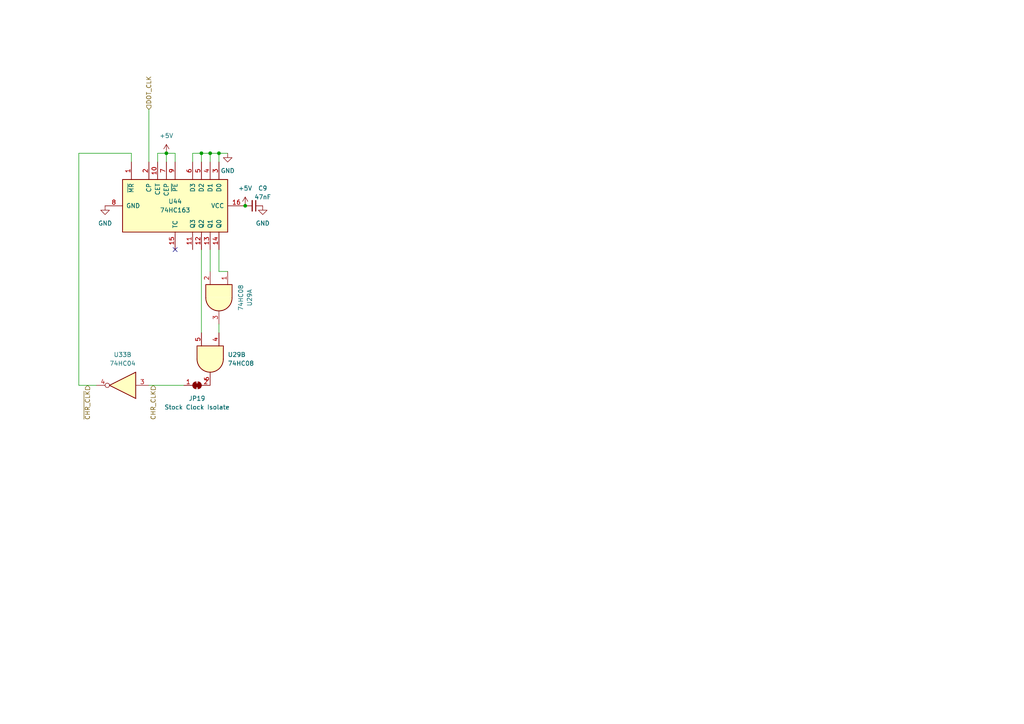
<source format=kicad_sch>
(kicad_sch (version 20230121) (generator eeschema)
  (paper "A4")
  (lib_symbols
    (symbol "74xx:74LS04"
      (property "Reference" "U" (at 0 1.27 0))
      (property "Value" "74LS04" (at 0 -1.27 0))
      (symbol "74LS04_1_0"
        (polyline (pts (xy -3.81 3.81) (xy -3.81 -3.81) (xy 3.81 0) (xy -3.81 3.81)) (stroke (width 0.254)) (fill (type background)))
        (pin input line (at -7.62 0 0) (length 3.81) (name "~") (number "1"))
        (pin output inverted (at 7.62 0 180) (length 3.81) (name "~") (number "2"))
      )
      (symbol "74LS04_2_0"
        (polyline (pts (xy -3.81 3.81) (xy -3.81 -3.81) (xy 3.81 0) (xy -3.81 3.81)) (stroke (width 0.254)) (fill (type background)))
        (pin input line (at -7.62 0 0) (length 3.81) (name "~") (number "3"))
        (pin output inverted (at 7.62 0 180) (length 3.81) (name "~") (number "4"))
      )
      (symbol "74LS04_3_0"
        (polyline (pts (xy -3.81 3.81) (xy -3.81 -3.81) (xy 3.81 0) (xy -3.81 3.81)) (stroke (width 0.254)) (fill (type background)))
        (pin input line (at -7.62 0 0) (length 3.81) (name "~") (number "5"))
        (pin output inverted (at 7.62 0 180) (length 3.81) (name "~") (number "6"))
      )
      (symbol "74LS04_4_0"
        (polyline (pts (xy -3.81 3.81) (xy -3.81 -3.81) (xy 3.81 0) (xy -3.81 3.81)) (stroke (width 0.254)) (fill (type background)))
        (pin output inverted (at 7.62 0 180) (length 3.81) (name "~") (number "8"))
        (pin input line (at -7.62 0 0) (length 3.81) (name "~") (number "9"))
      )
      (symbol "74LS04_5_0"
        (polyline (pts (xy -3.81 3.81) (xy -3.81 -3.81) (xy 3.81 0) (xy -3.81 3.81)) (stroke (width 0.254)) (fill (type background)))
        (pin output inverted (at 7.62 0 180) (length 3.81) (name "~") (number "10"))
        (pin input line (at -7.62 0 0) (length 3.81) (name "~") (number "11"))
      )
      (symbol "74LS04_6_0"
        (polyline (pts (xy -3.81 3.81) (xy -3.81 -3.81) (xy 3.81 0) (xy -3.81 3.81)) (stroke (width 0.254)) (fill (type background)))
        (pin output inverted (at 7.62 0 180) (length 3.81) (name "~") (number "12"))
        (pin input line (at -7.62 0 0) (length 3.81) (name "~") (number "13"))
      )
      (symbol "74LS04_7_0"
        (pin power_in line (at 0 12.7 270) (length 5.08) (name "VCC") (number "14"))
        (pin power_in line (at 0 -12.7 90) (length 5.08) (name "GND") (number "7"))
      )
      (symbol "74LS04_7_1"
        (rectangle (start -5.08 7.62) (end 5.08 -7.62) (stroke (width 0.254)) (fill (type background)))
      )
    )
    (symbol "74xx:74LS08" (pin_names (offset 1.016))
      (property "Reference" "U" (at 0 1.27 0))
      (property "Value" "74LS08" (at 0 -1.27 0))
      (symbol "74LS08_1_1"
        (arc (start 0 -3.81) (mid 3.7934 0) (end 0 3.81) (stroke (width 0.254)) (fill (type background)))
        (polyline (pts (xy 0 3.81) (xy -3.81 3.81) (xy -3.81 -3.81) (xy 0 -3.81)) (stroke (width 0.254)) (fill (type background)))
        (pin input line (at -7.62 2.54 0) (length 3.81) (name "~") (number "1"))
        (pin input line (at -7.62 -2.54 0) (length 3.81) (name "~") (number "2"))
        (pin output line (at 7.62 0 180) (length 3.81) (name "~") (number "3"))
      )
      (symbol "74LS08_1_2"
        (arc (start -3.81 -3.81) (mid -2.589 0) (end -3.81 3.81) (stroke (width 0.254)))
        (arc (start -0.6096 -3.81) (mid 2.1842 -2.5851) (end 3.81 0) (stroke (width 0.254)) (fill (type background)))
        (polyline (pts (xy -3.81 -3.81) (xy -0.635 -3.81)) (stroke (width 0.254)) (fill (type background)))
        (polyline (pts (xy -3.81 3.81) (xy -0.635 3.81)) (stroke (width 0.254)) (fill (type background)))
        (polyline (pts (xy -0.635 3.81) (xy -3.81 3.81) (xy -3.81 3.81) (xy -3.556 3.4036) (xy -3.0226 2.2606) (xy -2.6924 1.0414) (xy -2.6162 -0.254) (xy -2.7686 -1.4986) (xy -3.175 -2.7178) (xy -3.81 -3.81) (xy -3.81 -3.81) (xy -0.635 -3.81)) (stroke (width -25.4)) (fill (type background)))
        (arc (start 3.81 0) (mid 2.1915 2.5936) (end -0.6096 3.81) (stroke (width 0.254)) (fill (type background)))
        (pin input inverted (at -7.62 2.54 0) (length 4.318) (name "~") (number "1"))
        (pin input inverted (at -7.62 -2.54 0) (length 4.318) (name "~") (number "2"))
        (pin output inverted (at 7.62 0 180) (length 3.81) (name "~") (number "3"))
      )
      (symbol "74LS08_2_1"
        (arc (start 0 -3.81) (mid 3.7934 0) (end 0 3.81) (stroke (width 0.254)) (fill (type background)))
        (polyline (pts (xy 0 3.81) (xy -3.81 3.81) (xy -3.81 -3.81) (xy 0 -3.81)) (stroke (width 0.254)) (fill (type background)))
        (pin input line (at -7.62 2.54 0) (length 3.81) (name "~") (number "4"))
        (pin input line (at -7.62 -2.54 0) (length 3.81) (name "~") (number "5"))
        (pin output line (at 7.62 0 180) (length 3.81) (name "~") (number "6"))
      )
      (symbol "74LS08_2_2"
        (arc (start -3.81 -3.81) (mid -2.589 0) (end -3.81 3.81) (stroke (width 0.254)))
        (arc (start -0.6096 -3.81) (mid 2.1842 -2.5851) (end 3.81 0) (stroke (width 0.254)) (fill (type background)))
        (polyline (pts (xy -3.81 -3.81) (xy -0.635 -3.81)) (stroke (width 0.254)) (fill (type background)))
        (polyline (pts (xy -3.81 3.81) (xy -0.635 3.81)) (stroke (width 0.254)) (fill (type background)))
        (polyline (pts (xy -0.635 3.81) (xy -3.81 3.81) (xy -3.81 3.81) (xy -3.556 3.4036) (xy -3.0226 2.2606) (xy -2.6924 1.0414) (xy -2.6162 -0.254) (xy -2.7686 -1.4986) (xy -3.175 -2.7178) (xy -3.81 -3.81) (xy -3.81 -3.81) (xy -0.635 -3.81)) (stroke (width -25.4)) (fill (type background)))
        (arc (start 3.81 0) (mid 2.1915 2.5936) (end -0.6096 3.81) (stroke (width 0.254)) (fill (type background)))
        (pin input inverted (at -7.62 2.54 0) (length 4.318) (name "~") (number "4"))
        (pin input inverted (at -7.62 -2.54 0) (length 4.318) (name "~") (number "5"))
        (pin output inverted (at 7.62 0 180) (length 3.81) (name "~") (number "6"))
      )
      (symbol "74LS08_3_1"
        (arc (start 0 -3.81) (mid 3.7934 0) (end 0 3.81) (stroke (width 0.254)) (fill (type background)))
        (polyline (pts (xy 0 3.81) (xy -3.81 3.81) (xy -3.81 -3.81) (xy 0 -3.81)) (stroke (width 0.254)) (fill (type background)))
        (pin input line (at -7.62 -2.54 0) (length 3.81) (name "~") (number "10"))
        (pin output line (at 7.62 0 180) (length 3.81) (name "~") (number "8"))
        (pin input line (at -7.62 2.54 0) (length 3.81) (name "~") (number "9"))
      )
      (symbol "74LS08_3_2"
        (arc (start -3.81 -3.81) (mid -2.589 0) (end -3.81 3.81) (stroke (width 0.254)))
        (arc (start -0.6096 -3.81) (mid 2.1842 -2.5851) (end 3.81 0) (stroke (width 0.254)) (fill (type background)))
        (polyline (pts (xy -3.81 -3.81) (xy -0.635 -3.81)) (stroke (width 0.254)) (fill (type background)))
        (polyline (pts (xy -3.81 3.81) (xy -0.635 3.81)) (stroke (width 0.254)) (fill (type background)))
        (polyline (pts (xy -0.635 3.81) (xy -3.81 3.81) (xy -3.81 3.81) (xy -3.556 3.4036) (xy -3.0226 2.2606) (xy -2.6924 1.0414) (xy -2.6162 -0.254) (xy -2.7686 -1.4986) (xy -3.175 -2.7178) (xy -3.81 -3.81) (xy -3.81 -3.81) (xy -0.635 -3.81)) (stroke (width -25.4)) (fill (type background)))
        (arc (start 3.81 0) (mid 2.1915 2.5936) (end -0.6096 3.81) (stroke (width 0.254)) (fill (type background)))
        (pin input inverted (at -7.62 -2.54 0) (length 4.318) (name "~") (number "10"))
        (pin output inverted (at 7.62 0 180) (length 3.81) (name "~") (number "8"))
        (pin input inverted (at -7.62 2.54 0) (length 4.318) (name "~") (number "9"))
      )
      (symbol "74LS08_4_1"
        (arc (start 0 -3.81) (mid 3.7934 0) (end 0 3.81) (stroke (width 0.254)) (fill (type background)))
        (polyline (pts (xy 0 3.81) (xy -3.81 3.81) (xy -3.81 -3.81) (xy 0 -3.81)) (stroke (width 0.254)) (fill (type background)))
        (pin output line (at 7.62 0 180) (length 3.81) (name "~") (number "11"))
        (pin input line (at -7.62 2.54 0) (length 3.81) (name "~") (number "12"))
        (pin input line (at -7.62 -2.54 0) (length 3.81) (name "~") (number "13"))
      )
      (symbol "74LS08_4_2"
        (arc (start -3.81 -3.81) (mid -2.589 0) (end -3.81 3.81) (stroke (width 0.254)))
        (arc (start -0.6096 -3.81) (mid 2.1842 -2.5851) (end 3.81 0) (stroke (width 0.254)) (fill (type background)))
        (polyline (pts (xy -3.81 -3.81) (xy -0.635 -3.81)) (stroke (width 0.254)) (fill (type background)))
        (polyline (pts (xy -3.81 3.81) (xy -0.635 3.81)) (stroke (width 0.254)) (fill (type background)))
        (polyline (pts (xy -0.635 3.81) (xy -3.81 3.81) (xy -3.81 3.81) (xy -3.556 3.4036) (xy -3.0226 2.2606) (xy -2.6924 1.0414) (xy -2.6162 -0.254) (xy -2.7686 -1.4986) (xy -3.175 -2.7178) (xy -3.81 -3.81) (xy -3.81 -3.81) (xy -0.635 -3.81)) (stroke (width -25.4)) (fill (type background)))
        (arc (start 3.81 0) (mid 2.1915 2.5936) (end -0.6096 3.81) (stroke (width 0.254)) (fill (type background)))
        (pin output inverted (at 7.62 0 180) (length 3.81) (name "~") (number "11"))
        (pin input inverted (at -7.62 2.54 0) (length 4.318) (name "~") (number "12"))
        (pin input inverted (at -7.62 -2.54 0) (length 4.318) (name "~") (number "13"))
      )
      (symbol "74LS08_5_0"
        (pin power_in line (at 0 12.7 270) (length 5.08) (name "VCC") (number "14"))
        (pin power_in line (at 0 -12.7 90) (length 5.08) (name "GND") (number "7"))
      )
      (symbol "74LS08_5_1"
        (rectangle (start -5.08 7.62) (end 5.08 -7.62) (stroke (width 0.254)) (fill (type background)))
      )
    )
    (symbol "74xx:74LS163" (pin_names (offset 1.016))
      (property "Reference" "U" (at -7.62 16.51 0))
      (property "Value" "74LS163" (at -7.62 -16.51 0))
      (symbol "74LS163_1_0"
        (pin input line (at -12.7 -12.7 0) (length 5.08) (name "~{MR}") (number "1"))
        (pin input line (at -12.7 -5.08 0) (length 5.08) (name "CET") (number "10"))
        (pin output line (at 12.7 5.08 180) (length 5.08) (name "Q3") (number "11"))
        (pin output line (at 12.7 7.62 180) (length 5.08) (name "Q2") (number "12"))
        (pin output line (at 12.7 10.16 180) (length 5.08) (name "Q1") (number "13"))
        (pin output line (at 12.7 12.7 180) (length 5.08) (name "Q0") (number "14"))
        (pin output line (at 12.7 0 180) (length 5.08) (name "TC") (number "15"))
        (pin power_in line (at 0 20.32 270) (length 5.08) (name "VCC") (number "16"))
        (pin input line (at -12.7 -7.62 0) (length 5.08) (name "CP") (number "2"))
        (pin input line (at -12.7 12.7 0) (length 5.08) (name "D0") (number "3"))
        (pin input line (at -12.7 10.16 0) (length 5.08) (name "D1") (number "4"))
        (pin input line (at -12.7 7.62 0) (length 5.08) (name "D2") (number "5"))
        (pin input line (at -12.7 5.08 0) (length 5.08) (name "D3") (number "6"))
        (pin input line (at -12.7 -2.54 0) (length 5.08) (name "CEP") (number "7"))
        (pin power_in line (at 0 -20.32 90) (length 5.08) (name "GND") (number "8"))
        (pin input line (at -12.7 0 0) (length 5.08) (name "~{PE}") (number "9"))
      )
      (symbol "74LS163_1_1"
        (rectangle (start -7.62 15.24) (end 7.62 -15.24) (stroke (width 0.254)) (fill (type background)))
      )
    )
    (symbol "Device:C_Small" (pin_numbers hide) (pin_names (offset 0.254) hide)
      (property "Reference" "C" (at 0.254 1.778 0))
      (property "Value" "C_Small" (at 0.254 -2.032 0))
      (symbol "C_Small_0_1"
        (polyline (pts (xy -1.524 -0.508) (xy 1.524 -0.508)) (stroke (width 0.3302)))
        (polyline (pts (xy -1.524 0.508) (xy 1.524 0.508)) (stroke (width 0.3048)))
      )
      (symbol "C_Small_1_1"
        (pin passive line (at 0 2.54 270) (length 2.032) (name "~") (number "1"))
        (pin passive line (at 0 -2.54 90) (length 2.032) (name "~") (number "2"))
      )
    )
    (symbol "Jumper:SolderJumper_2_Bridged" (pin_names (offset 0) hide)
      (property "Reference" "JP" (at 0 2.032 0))
      (property "Value" "SolderJumper_2_Bridged" (at 0 -2.54 0))
      (symbol "SolderJumper_2_Bridged_0_1"
        (rectangle (start -0.508 0.508) (end 0.508 -0.508) (fill (type outline)))
        (arc (start -0.254 1.016) (mid -1.2656 0) (end -0.254 -1.016))
        (arc (start -0.254 1.016) (mid -1.2656 0) (end -0.254 -1.016) (fill (type outline)))
        (polyline (pts (xy -0.254 1.016) (xy -0.254 -1.016)))
        (polyline (pts (xy 0.254 1.016) (xy 0.254 -1.016)))
        (arc (start 0.254 -1.016) (mid 1.2656 0) (end 0.254 1.016))
        (arc (start 0.254 -1.016) (mid 1.2656 0) (end 0.254 1.016) (fill (type outline)))
      )
      (symbol "SolderJumper_2_Bridged_1_1"
        (pin passive line (at -3.81 0 0) (length 2.54) (name "A") (number "1"))
        (pin passive line (at 3.81 0 180) (length 2.54) (name "B") (number "2"))
      )
    )
    (symbol "power:+5V" (power) (pin_names (offset 0))
      (property "Value" "+5V" (at 0 3.556 0))
      (symbol "+5V_0_1"
        (polyline (pts (xy -0.762 1.27) (xy 0 2.54)))
        (polyline (pts (xy 0 0) (xy 0 2.54)))
        (polyline (pts (xy 0 2.54) (xy 0.762 1.27)))
      )
      (symbol "+5V_1_1"
        (pin power_in line (at 0 0 90) (length 0) hide (name "+5V") (number "1"))
      )
    )
    (symbol "power:GND" (power) (pin_names (offset 0))
      (property "Value" "GND" (at 0 -3.81 0))
      (symbol "GND_0_1"
        (polyline (pts (xy 0 0) (xy 0 -1.27) (xy 1.27 -1.27) (xy 0 -2.54) (xy -1.27 -1.27) (xy 0 -1.27)))
      )
      (symbol "GND_1_1"
        (pin power_in line (at 0 0 270) (length 0) hide (name "GND") (number "1"))
      )
    )
  )
  (junction (at 58.42 44.45))
  (junction (at 71.12 59.69))
  (junction (at 48.26 44.45))
  (junction (at 60.96 44.45))
  (junction (at 63.5 44.45))
  (no_connect (at 50.8 72.39))
  (wire (pts (xy 22.86 111.76) (xy 27.94 111.76)))
  (wire (pts (xy 45.72 46.99) (xy 45.72 44.45)))
  (wire (pts (xy 55.88 46.99) (xy 55.88 44.45)))
  (wire (pts (xy 50.8 46.99) (xy 50.8 44.45)))
  (wire (pts (xy 66.04 78.74) (xy 63.5 78.74)))
  (wire (pts (xy 38.1 44.45) (xy 22.86 44.45)))
  (wire (pts (xy 43.18 31.75) (xy 43.18 46.99)))
  (wire (pts (xy 60.96 72.39) (xy 60.96 78.74)))
  (wire (pts (xy 60.96 44.45) (xy 58.42 44.45)))
  (wire (pts (xy 38.1 46.99) (xy 38.1 44.45)))
  (wire (pts (xy 63.5 78.74) (xy 63.5 72.39)))
  (wire (pts (xy 58.42 72.39) (xy 58.42 96.52)))
  (wire (pts (xy 63.5 44.45) (xy 60.96 44.45)))
  (wire (pts (xy 55.88 44.45) (xy 58.42 44.45)))
  (wire (pts (xy 48.26 44.45) (xy 48.26 46.99)))
  (wire (pts (xy 50.8 44.45) (xy 48.26 44.45)))
  (wire (pts (xy 58.42 44.45) (xy 58.42 46.99)))
  (wire (pts (xy 22.86 44.45) (xy 22.86 111.76)))
  (wire (pts (xy 63.5 46.99) (xy 63.5 44.45)))
  (wire (pts (xy 63.5 44.45) (xy 66.04 44.45)))
  (wire (pts (xy 60.96 46.99) (xy 60.96 44.45)))
  (wire (pts (xy 45.72 44.45) (xy 48.26 44.45)))
  (wire (pts (xy 63.5 96.52) (xy 63.5 93.98)))
  (wire (pts (xy 43.18 111.76) (xy 53.34 111.76)))
  (hierarchical_label "~{CHR_CLK}" (shape input) (at 25.4 111.76 270))
  (hierarchical_label "CHR_CLK" (shape input) (at 44.45 111.76 270))
  (hierarchical_label "DOT_CLK" (shape input) (at 43.18 31.75 90))
  (symbol (lib_id "power:GND") (at 76.2 59.69 0) (mirror y) (unit 1)
    (property "Reference" "#PWR0128" (effects hide))
    (property "Value" "GND" (at 76.2 64.77 0))
    (instances (project "Micro" (path "" (reference "#PWR0128") (unit 1)) (path "" (reference "#PWR0153") (unit 1)) (path "" (reference "#PWR0154") (unit 1)) (path "" (reference "#PWR0163") (unit 1))))
  )
  (symbol (lib_id "74xx:74LS04") (at 35.56 111.76 180) (unit 2)
    (property "Reference" "U33" (at 35.56 102.87 0))
    (property "Value" "74HC04" (at 35.56 105.41 0))
    (property "Footprint" "Package_SO:SOIC-14_3.9x8.7mm_P1.27mm" (effects hide))
    (property "Datasheet" "http://www.ti.com/lit/gpn/sn74LS04" (effects hide))
    (instances (project "Micro" (path "" (reference "U33") (unit 2)) (path "" (reference "U32") (unit 2)) (path "" (reference "U32") (unit 2))))
  )
  (symbol (lib_id "74xx:74LS08") (at 63.5 86.36 270) (unit 1)
    (property "Reference" "U29" (at 72.39 86.3517 0))
    (property "Value" "74HC08" (at 69.85 86.3517 0))
    (property "Footprint" "Package_SO:SOIC-14_3.9x8.7mm_P1.27mm" (effects hide))
    (property "Datasheet" "http://www.ti.com/lit/gpn/sn74LS08" (effects hide))
  )
  (symbol (lib_id "Jumper:SolderJumper_2_Bridged") (at 57.15 111.76 0) (unit 1)
    (property "Reference" "JP19" (at 57.15 115.57 0))
    (property "Value" "Stock Clock Isolate" (at 57.15 118.11 0))
    (property "Footprint" "Jumper:SolderJumper-2_P1.3mm_Bridged_RoundedPad1.0x1.5mm" (effects hide))
  )
  (symbol (lib_id "power:+5V") (at 71.12 59.69 0) (unit 1)
    (property "Reference" "#PWR078" (effects hide))
    (property "Value" "+5V" (at 71.12 54.61 0))
  )
  (symbol (lib_id "Device:C_Small") (at 73.66 59.69 270) (mirror x) (unit 1)
    (property "Reference" "C9" (at 76.2 54.61 90))
    (property "Value" "47nF" (at 76.2 57.15 90))
    (property "Footprint" "Capacitor_SMD:C_0603_1608Metric_Pad1.08x0.95mm_HandSolder" (effects hide))
    (instances (project "Micro" (path "" (reference "C9") (unit 1)) (path "" (reference "C34") (unit 1)) (path "" (reference "C35") (unit 1)) (path "" (reference "C44") (unit 1))))
  )
  (symbol (lib_id "74xx:74LS08") (at 60.96 104.14 270) (unit 2)
    (property "Reference" "U29" (at 66.04 102.8617 90) (effects (justify left)))
    (property "Value" "74HC08" (at 66.04 105.4017 90) (effects (justify left)))
    (property "Footprint" "Package_SO:SOIC-14_3.9x8.7mm_P1.27mm" (effects hide))
    (property "Datasheet" "http://www.ti.com/lit/gpn/sn74LS08" (effects hide))
  )
  (symbol (lib_id "power:+5V") (at 48.26 44.45 0) (unit 1)
    (property "Reference" "#PWR075" (effects hide))
    (property "Value" "+5V" (at 48.26 39.37 0))
  )
  (symbol (lib_id "power:GND") (at 30.48 59.69 0) (unit 1)
    (property "Reference" "#PWR077" (effects hide))
    (property "Value" "GND" (at 30.48 64.77 0))
  )
  (symbol (lib_id "power:GND") (at 66.04 44.45 0) (unit 1)
    (property "Reference" "#PWR076" (effects hide))
    (property "Value" "GND" (at 66.04 49.53 0))
  )
  (symbol (lib_id "74xx:74LS163") (at 50.8 59.69 270) (unit 1)
    (property "Reference" "U44" (at 50.8 58.42 90))
    (property "Value" "74HC163" (at 50.8 60.96 90))
    (property "Footprint" "Package_SO:SOIC-16_3.9x9.9mm_P1.27mm" (effects hide))
    (property "Datasheet" "http://www.ti.com/lit/gpn/sn74LS163" (effects hide))
  )
)
</source>
